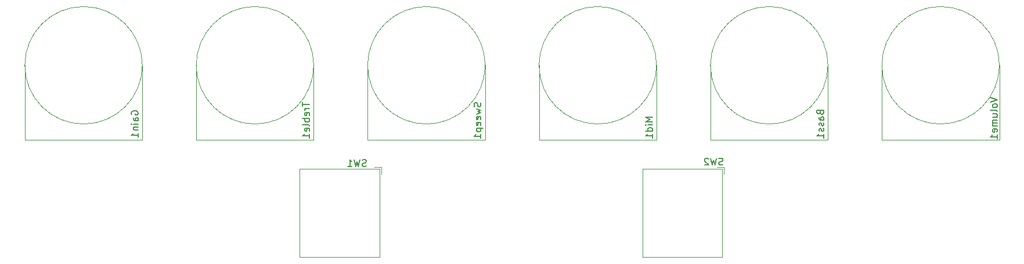
<source format=gbo>
G04 #@! TF.GenerationSoftware,KiCad,Pcbnew,(5.1.0)-1*
G04 #@! TF.CreationDate,2019-04-19T18:14:24+02:00*
G04 #@! TF.ProjectId,pcb_main,7063625f-6d61-4696-9e2e-6b696361645f,rev?*
G04 #@! TF.SameCoordinates,Original*
G04 #@! TF.FileFunction,Legend,Bot*
G04 #@! TF.FilePolarity,Positive*
%FSLAX46Y46*%
G04 Gerber Fmt 4.6, Leading zero omitted, Abs format (unit mm)*
G04 Created by KiCad (PCBNEW (5.1.0)-1) date 2019-04-19 18:14:24*
%MOMM*%
%LPD*%
G04 APERTURE LIST*
%ADD10C,0.120000*%
%ADD11C,0.150000*%
G04 APERTURE END LIST*
D10*
X108570000Y-131650000D02*
G75*
G03X108570000Y-131650000I-8570000J0D01*
G01*
X108570000Y-142570000D02*
X108570000Y-131650000D01*
X108570000Y-142570000D02*
X91430000Y-142570000D01*
X91430000Y-142570000D02*
X91430000Y-131650000D01*
X158570000Y-131650000D02*
G75*
G03X158570000Y-131650000I-8570000J0D01*
G01*
X158570000Y-142570000D02*
X158570000Y-131650000D01*
X158570000Y-142570000D02*
X141430000Y-142570000D01*
X141430000Y-142570000D02*
X141430000Y-131650000D01*
X183570000Y-131650000D02*
G75*
G03X183570000Y-131650000I-8570000J0D01*
G01*
X183570000Y-142570000D02*
X183570000Y-131650000D01*
X183570000Y-142570000D02*
X166430000Y-142570000D01*
X166430000Y-142570000D02*
X166430000Y-131650000D01*
X133570000Y-131650000D02*
G75*
G03X133570000Y-131650000I-8570000J0D01*
G01*
X133570000Y-142570000D02*
X133570000Y-131650000D01*
X133570000Y-142570000D02*
X116430000Y-142570000D01*
X116430000Y-142570000D02*
X116430000Y-131650000D01*
X208570000Y-131650000D02*
G75*
G03X208570000Y-131650000I-8570000J0D01*
G01*
X208570000Y-142570000D02*
X208570000Y-131650000D01*
X208570000Y-142570000D02*
X191430000Y-142570000D01*
X191430000Y-142570000D02*
X191430000Y-131650000D01*
X233570000Y-131650000D02*
G75*
G03X233570000Y-131650000I-8570000J0D01*
G01*
X233570000Y-142570000D02*
X233570000Y-131650000D01*
X233570000Y-142570000D02*
X216430000Y-142570000D01*
X216430000Y-142570000D02*
X216430000Y-131650000D01*
X193430000Y-146480000D02*
X192400000Y-146480000D01*
X193430000Y-146480000D02*
X193430000Y-147500000D01*
X181540000Y-146730000D02*
X181540000Y-159670000D01*
X193180000Y-146730000D02*
X193180000Y-159670000D01*
X193180000Y-159670000D02*
X181540000Y-159670000D01*
X193180000Y-146730000D02*
X181540000Y-146730000D01*
X143430000Y-146480000D02*
X142400000Y-146480000D01*
X143430000Y-146480000D02*
X143430000Y-147500000D01*
X131540000Y-146730000D02*
X131540000Y-159670000D01*
X143180000Y-146730000D02*
X143180000Y-159670000D01*
X143180000Y-159670000D02*
X131540000Y-159670000D01*
X143180000Y-146730000D02*
X131540000Y-146730000D01*
D11*
X107000000Y-138842857D02*
X106952380Y-138747619D01*
X106952380Y-138604761D01*
X107000000Y-138461904D01*
X107095238Y-138366666D01*
X107190476Y-138319047D01*
X107380952Y-138271428D01*
X107523809Y-138271428D01*
X107714285Y-138319047D01*
X107809523Y-138366666D01*
X107904761Y-138461904D01*
X107952380Y-138604761D01*
X107952380Y-138700000D01*
X107904761Y-138842857D01*
X107857142Y-138890476D01*
X107523809Y-138890476D01*
X107523809Y-138700000D01*
X107952380Y-139747619D02*
X107428571Y-139747619D01*
X107333333Y-139700000D01*
X107285714Y-139604761D01*
X107285714Y-139414285D01*
X107333333Y-139319047D01*
X107904761Y-139747619D02*
X107952380Y-139652380D01*
X107952380Y-139414285D01*
X107904761Y-139319047D01*
X107809523Y-139271428D01*
X107714285Y-139271428D01*
X107619047Y-139319047D01*
X107571428Y-139414285D01*
X107571428Y-139652380D01*
X107523809Y-139747619D01*
X107952380Y-140223809D02*
X107285714Y-140223809D01*
X106952380Y-140223809D02*
X107000000Y-140176190D01*
X107047619Y-140223809D01*
X107000000Y-140271428D01*
X106952380Y-140223809D01*
X107047619Y-140223809D01*
X107285714Y-140700000D02*
X107952380Y-140700000D01*
X107380952Y-140700000D02*
X107333333Y-140747619D01*
X107285714Y-140842857D01*
X107285714Y-140985714D01*
X107333333Y-141080952D01*
X107428571Y-141128571D01*
X107952380Y-141128571D01*
X107952380Y-142128571D02*
X107952380Y-141557142D01*
X107952380Y-141842857D02*
X106952380Y-141842857D01*
X107095238Y-141747619D01*
X107190476Y-141652380D01*
X107238095Y-141557142D01*
X157904761Y-137104761D02*
X157952380Y-137247619D01*
X157952380Y-137485714D01*
X157904761Y-137580952D01*
X157857142Y-137628571D01*
X157761904Y-137676190D01*
X157666666Y-137676190D01*
X157571428Y-137628571D01*
X157523809Y-137580952D01*
X157476190Y-137485714D01*
X157428571Y-137295238D01*
X157380952Y-137200000D01*
X157333333Y-137152380D01*
X157238095Y-137104761D01*
X157142857Y-137104761D01*
X157047619Y-137152380D01*
X157000000Y-137200000D01*
X156952380Y-137295238D01*
X156952380Y-137533333D01*
X157000000Y-137676190D01*
X157285714Y-138009523D02*
X157952380Y-138200000D01*
X157476190Y-138390476D01*
X157952380Y-138580952D01*
X157285714Y-138771428D01*
X157904761Y-139533333D02*
X157952380Y-139438095D01*
X157952380Y-139247619D01*
X157904761Y-139152380D01*
X157809523Y-139104761D01*
X157428571Y-139104761D01*
X157333333Y-139152380D01*
X157285714Y-139247619D01*
X157285714Y-139438095D01*
X157333333Y-139533333D01*
X157428571Y-139580952D01*
X157523809Y-139580952D01*
X157619047Y-139104761D01*
X157904761Y-140390476D02*
X157952380Y-140295238D01*
X157952380Y-140104761D01*
X157904761Y-140009523D01*
X157809523Y-139961904D01*
X157428571Y-139961904D01*
X157333333Y-140009523D01*
X157285714Y-140104761D01*
X157285714Y-140295238D01*
X157333333Y-140390476D01*
X157428571Y-140438095D01*
X157523809Y-140438095D01*
X157619047Y-139961904D01*
X157285714Y-140866666D02*
X158285714Y-140866666D01*
X157333333Y-140866666D02*
X157285714Y-140961904D01*
X157285714Y-141152380D01*
X157333333Y-141247619D01*
X157380952Y-141295238D01*
X157476190Y-141342857D01*
X157761904Y-141342857D01*
X157857142Y-141295238D01*
X157904761Y-141247619D01*
X157952380Y-141152380D01*
X157952380Y-140961904D01*
X157904761Y-140866666D01*
X157952380Y-142295238D02*
X157952380Y-141723809D01*
X157952380Y-142009523D02*
X156952380Y-142009523D01*
X157095238Y-141914285D01*
X157190476Y-141819047D01*
X157238095Y-141723809D01*
X182952380Y-139200000D02*
X181952380Y-139200000D01*
X182666666Y-139533333D01*
X181952380Y-139866666D01*
X182952380Y-139866666D01*
X182952380Y-140342857D02*
X182285714Y-140342857D01*
X181952380Y-140342857D02*
X182000000Y-140295238D01*
X182047619Y-140342857D01*
X182000000Y-140390476D01*
X181952380Y-140342857D01*
X182047619Y-140342857D01*
X182952380Y-141247619D02*
X181952380Y-141247619D01*
X182904761Y-141247619D02*
X182952380Y-141152380D01*
X182952380Y-140961904D01*
X182904761Y-140866666D01*
X182857142Y-140819047D01*
X182761904Y-140771428D01*
X182476190Y-140771428D01*
X182380952Y-140819047D01*
X182333333Y-140866666D01*
X182285714Y-140961904D01*
X182285714Y-141152380D01*
X182333333Y-141247619D01*
X182952380Y-142247619D02*
X182952380Y-141676190D01*
X182952380Y-141961904D02*
X181952380Y-141961904D01*
X182095238Y-141866666D01*
X182190476Y-141771428D01*
X182238095Y-141676190D01*
X131952380Y-137057142D02*
X131952380Y-137628571D01*
X132952380Y-137342857D02*
X131952380Y-137342857D01*
X132952380Y-137961904D02*
X132285714Y-137961904D01*
X132476190Y-137961904D02*
X132380952Y-138009523D01*
X132333333Y-138057142D01*
X132285714Y-138152380D01*
X132285714Y-138247619D01*
X132904761Y-138961904D02*
X132952380Y-138866666D01*
X132952380Y-138676190D01*
X132904761Y-138580952D01*
X132809523Y-138533333D01*
X132428571Y-138533333D01*
X132333333Y-138580952D01*
X132285714Y-138676190D01*
X132285714Y-138866666D01*
X132333333Y-138961904D01*
X132428571Y-139009523D01*
X132523809Y-139009523D01*
X132619047Y-138533333D01*
X132952380Y-139438095D02*
X131952380Y-139438095D01*
X132333333Y-139438095D02*
X132285714Y-139533333D01*
X132285714Y-139723809D01*
X132333333Y-139819047D01*
X132380952Y-139866666D01*
X132476190Y-139914285D01*
X132761904Y-139914285D01*
X132857142Y-139866666D01*
X132904761Y-139819047D01*
X132952380Y-139723809D01*
X132952380Y-139533333D01*
X132904761Y-139438095D01*
X132952380Y-140485714D02*
X132904761Y-140390476D01*
X132809523Y-140342857D01*
X131952380Y-140342857D01*
X132904761Y-141247619D02*
X132952380Y-141152380D01*
X132952380Y-140961904D01*
X132904761Y-140866666D01*
X132809523Y-140819047D01*
X132428571Y-140819047D01*
X132333333Y-140866666D01*
X132285714Y-140961904D01*
X132285714Y-141152380D01*
X132333333Y-141247619D01*
X132428571Y-141295238D01*
X132523809Y-141295238D01*
X132619047Y-140819047D01*
X132952380Y-142247619D02*
X132952380Y-141676190D01*
X132952380Y-141961904D02*
X131952380Y-141961904D01*
X132095238Y-141866666D01*
X132190476Y-141771428D01*
X132238095Y-141676190D01*
X207428571Y-138533333D02*
X207476190Y-138676190D01*
X207523809Y-138723809D01*
X207619047Y-138771428D01*
X207761904Y-138771428D01*
X207857142Y-138723809D01*
X207904761Y-138676190D01*
X207952380Y-138580952D01*
X207952380Y-138200000D01*
X206952380Y-138200000D01*
X206952380Y-138533333D01*
X207000000Y-138628571D01*
X207047619Y-138676190D01*
X207142857Y-138723809D01*
X207238095Y-138723809D01*
X207333333Y-138676190D01*
X207380952Y-138628571D01*
X207428571Y-138533333D01*
X207428571Y-138200000D01*
X207952380Y-139628571D02*
X207428571Y-139628571D01*
X207333333Y-139580952D01*
X207285714Y-139485714D01*
X207285714Y-139295238D01*
X207333333Y-139200000D01*
X207904761Y-139628571D02*
X207952380Y-139533333D01*
X207952380Y-139295238D01*
X207904761Y-139200000D01*
X207809523Y-139152380D01*
X207714285Y-139152380D01*
X207619047Y-139200000D01*
X207571428Y-139295238D01*
X207571428Y-139533333D01*
X207523809Y-139628571D01*
X207904761Y-140057142D02*
X207952380Y-140152380D01*
X207952380Y-140342857D01*
X207904761Y-140438095D01*
X207809523Y-140485714D01*
X207761904Y-140485714D01*
X207666666Y-140438095D01*
X207619047Y-140342857D01*
X207619047Y-140200000D01*
X207571428Y-140104761D01*
X207476190Y-140057142D01*
X207428571Y-140057142D01*
X207333333Y-140104761D01*
X207285714Y-140200000D01*
X207285714Y-140342857D01*
X207333333Y-140438095D01*
X207904761Y-140866666D02*
X207952380Y-140961904D01*
X207952380Y-141152380D01*
X207904761Y-141247619D01*
X207809523Y-141295238D01*
X207761904Y-141295238D01*
X207666666Y-141247619D01*
X207619047Y-141152380D01*
X207619047Y-141009523D01*
X207571428Y-140914285D01*
X207476190Y-140866666D01*
X207428571Y-140866666D01*
X207333333Y-140914285D01*
X207285714Y-141009523D01*
X207285714Y-141152380D01*
X207333333Y-141247619D01*
X207952380Y-142247619D02*
X207952380Y-141676190D01*
X207952380Y-141961904D02*
X206952380Y-141961904D01*
X207095238Y-141866666D01*
X207190476Y-141771428D01*
X207238095Y-141676190D01*
X232252380Y-136328571D02*
X233252380Y-136661904D01*
X232252380Y-136995238D01*
X233252380Y-137471428D02*
X233204761Y-137376190D01*
X233157142Y-137328571D01*
X233061904Y-137280952D01*
X232776190Y-137280952D01*
X232680952Y-137328571D01*
X232633333Y-137376190D01*
X232585714Y-137471428D01*
X232585714Y-137614285D01*
X232633333Y-137709523D01*
X232680952Y-137757142D01*
X232776190Y-137804761D01*
X233061904Y-137804761D01*
X233157142Y-137757142D01*
X233204761Y-137709523D01*
X233252380Y-137614285D01*
X233252380Y-137471428D01*
X233252380Y-138376190D02*
X233204761Y-138280952D01*
X233109523Y-138233333D01*
X232252380Y-138233333D01*
X232585714Y-139185714D02*
X233252380Y-139185714D01*
X232585714Y-138757142D02*
X233109523Y-138757142D01*
X233204761Y-138804761D01*
X233252380Y-138900000D01*
X233252380Y-139042857D01*
X233204761Y-139138095D01*
X233157142Y-139185714D01*
X233252380Y-139661904D02*
X232585714Y-139661904D01*
X232680952Y-139661904D02*
X232633333Y-139709523D01*
X232585714Y-139804761D01*
X232585714Y-139947619D01*
X232633333Y-140042857D01*
X232728571Y-140090476D01*
X233252380Y-140090476D01*
X232728571Y-140090476D02*
X232633333Y-140138095D01*
X232585714Y-140233333D01*
X232585714Y-140376190D01*
X232633333Y-140471428D01*
X232728571Y-140519047D01*
X233252380Y-140519047D01*
X233204761Y-141376190D02*
X233252380Y-141280952D01*
X233252380Y-141090476D01*
X233204761Y-140995238D01*
X233109523Y-140947619D01*
X232728571Y-140947619D01*
X232633333Y-140995238D01*
X232585714Y-141090476D01*
X232585714Y-141280952D01*
X232633333Y-141376190D01*
X232728571Y-141423809D01*
X232823809Y-141423809D01*
X232919047Y-140947619D01*
X233252380Y-142376190D02*
X233252380Y-141804761D01*
X233252380Y-142090476D02*
X232252380Y-142090476D01*
X232395238Y-141995238D01*
X232490476Y-141900000D01*
X232538095Y-141804761D01*
X193233333Y-146154761D02*
X193090476Y-146202380D01*
X192852380Y-146202380D01*
X192757142Y-146154761D01*
X192709523Y-146107142D01*
X192661904Y-146011904D01*
X192661904Y-145916666D01*
X192709523Y-145821428D01*
X192757142Y-145773809D01*
X192852380Y-145726190D01*
X193042857Y-145678571D01*
X193138095Y-145630952D01*
X193185714Y-145583333D01*
X193233333Y-145488095D01*
X193233333Y-145392857D01*
X193185714Y-145297619D01*
X193138095Y-145250000D01*
X193042857Y-145202380D01*
X192804761Y-145202380D01*
X192661904Y-145250000D01*
X192328571Y-145202380D02*
X192090476Y-146202380D01*
X191900000Y-145488095D01*
X191709523Y-146202380D01*
X191471428Y-145202380D01*
X191138095Y-145297619D02*
X191090476Y-145250000D01*
X190995238Y-145202380D01*
X190757142Y-145202380D01*
X190661904Y-145250000D01*
X190614285Y-145297619D01*
X190566666Y-145392857D01*
X190566666Y-145488095D01*
X190614285Y-145630952D01*
X191185714Y-146202380D01*
X190566666Y-146202380D01*
X141233333Y-146364761D02*
X141090476Y-146412380D01*
X140852380Y-146412380D01*
X140757142Y-146364761D01*
X140709523Y-146317142D01*
X140661904Y-146221904D01*
X140661904Y-146126666D01*
X140709523Y-146031428D01*
X140757142Y-145983809D01*
X140852380Y-145936190D01*
X141042857Y-145888571D01*
X141138095Y-145840952D01*
X141185714Y-145793333D01*
X141233333Y-145698095D01*
X141233333Y-145602857D01*
X141185714Y-145507619D01*
X141138095Y-145460000D01*
X141042857Y-145412380D01*
X140804761Y-145412380D01*
X140661904Y-145460000D01*
X140328571Y-145412380D02*
X140090476Y-146412380D01*
X139900000Y-145698095D01*
X139709523Y-146412380D01*
X139471428Y-145412380D01*
X138566666Y-146412380D02*
X139138095Y-146412380D01*
X138852380Y-146412380D02*
X138852380Y-145412380D01*
X138947619Y-145555238D01*
X139042857Y-145650476D01*
X139138095Y-145698095D01*
M02*

</source>
